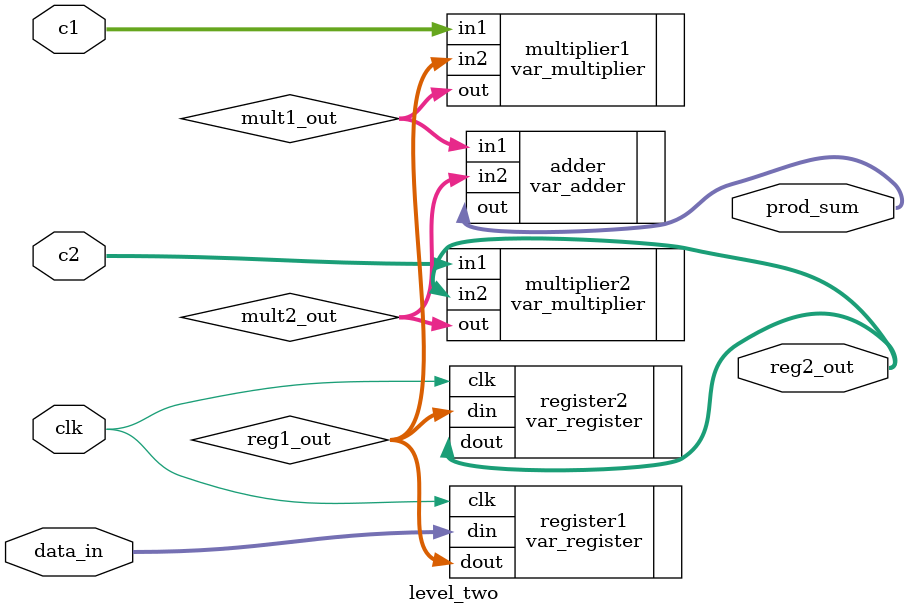
<source format=v>
`timescale 1ns/1ps
module level_two #(parameter WIDTH = 4) (input wire clk, input wire [WIDTH-1:0] data_in, input wire [WIDTH-1:0] c1, input wire [WIDTH-1:0] c2, output wire [WIDTH-1:0] reg2_out, output wire [(2*WIDTH):0] prod_sum);
    wire [WIDTH-1:0] reg1_out;
    wire [(2*WIDTH)-1:0] mult1_out, mult2_out;
    
    var_register #(.WIDTH(WIDTH)) register1 (.clk(clk), .din(data_in), .dout(reg1_out));
    var_register #(.WIDTH(WIDTH)) register2 (.clk(clk), .din(reg1_out), .dout(reg2_out));
    
    var_multiplier #(.WIDTH(WIDTH)) multiplier1 (.in1(c1), .in2(reg1_out), .out(mult1_out));
    var_multiplier #(.WIDTH(WIDTH)) multiplier2 (.in1(c2), .in2(reg2_out), .out(mult2_out));
    
    var_adder #(.WIDTH(2*WIDTH)) adder (.in1(mult1_out), .in2(mult2_out), .out(prod_sum));
endmodule

</source>
